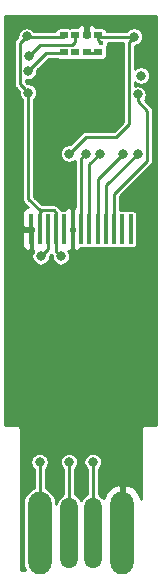
<source format=gbr>
G04 #@! TF.GenerationSoftware,KiCad,Pcbnew,5.1.5*
G04 #@! TF.CreationDate,2020-06-01T07:17:40+08:00*
G04 #@! TF.ProjectId,udisk,75646973-6b2e-46b6-9963-61645f706362,rev?*
G04 #@! TF.SameCoordinates,Original*
G04 #@! TF.FileFunction,Copper,L2,Bot*
G04 #@! TF.FilePolarity,Positive*
%FSLAX46Y46*%
G04 Gerber Fmt 4.6, Leading zero omitted, Abs format (unit mm)*
G04 Created by KiCad (PCBNEW 5.1.5) date 2020-06-01 07:17:40*
%MOMM*%
%LPD*%
G04 APERTURE LIST*
%ADD10R,0.350000X2.500000*%
%ADD11O,2.000000X7.000000*%
%ADD12O,1.500000X6.000000*%
%ADD13R,0.720000X0.600000*%
%ADD14C,0.800000*%
%ADD15C,0.450000*%
%ADD16C,0.250000*%
%ADD17C,0.254000*%
G04 APERTURE END LIST*
D10*
X138158600Y-53499000D03*
X137458600Y-53499000D03*
X136758600Y-53499000D03*
X136058600Y-53499000D03*
X135358600Y-53499000D03*
X134658600Y-53499000D03*
X133958600Y-53499000D03*
X133258600Y-53499000D03*
X132558600Y-53499000D03*
X131858600Y-53499000D03*
X131158600Y-53499000D03*
X130458600Y-53499000D03*
X129758600Y-53499000D03*
D11*
X137450000Y-79200000D03*
D12*
X132950000Y-79200000D03*
X134950000Y-79200000D03*
D11*
X130450000Y-79200000D03*
D13*
X133465000Y-38500000D03*
X135405000Y-37100000D03*
X135405000Y-38500000D03*
X132495000Y-38500000D03*
X134435000Y-38500000D03*
X133465000Y-37100000D03*
X132495000Y-37100000D03*
X134435000Y-37100000D03*
D14*
X139050000Y-40500000D03*
X135550000Y-43900000D03*
X133950000Y-43900000D03*
X132350000Y-43900000D03*
X135550000Y-42100000D03*
X132350000Y-42100000D03*
X133950000Y-42100000D03*
X135550000Y-40300000D03*
X133950000Y-40300000D03*
X132350000Y-40300000D03*
X131550000Y-50100000D03*
X130750000Y-46700000D03*
X132950000Y-48700000D03*
X137450000Y-73200000D03*
X139650000Y-37200000D03*
X128050000Y-37200000D03*
X127850000Y-41900000D03*
X139650000Y-49500000D03*
X139650000Y-54100000D03*
X137950000Y-55800000D03*
X139650000Y-55800000D03*
X128350000Y-55800000D03*
X128350000Y-53800000D03*
X134650000Y-55800000D03*
X128350000Y-49000000D03*
D15*
X135650000Y-37750000D03*
D14*
X132250000Y-55800000D03*
X129348182Y-37186502D03*
X138450000Y-37200000D03*
X129492363Y-41937347D03*
X132950000Y-47100000D03*
X138750000Y-42100000D03*
X138750000Y-47100000D03*
X137550000Y-47100000D03*
X135550000Y-47100000D03*
X134350000Y-47100000D03*
X130550000Y-55800000D03*
X130450000Y-73200000D03*
X132950000Y-73200000D03*
X134950000Y-73200000D03*
X129492364Y-40107575D03*
X129562653Y-38812653D03*
D16*
X137450000Y-73200000D02*
X137450000Y-79200000D01*
X133258600Y-53499000D02*
X133258600Y-55308600D01*
X133258600Y-55308600D02*
X133850000Y-55900000D01*
X134450000Y-37115000D02*
X134435000Y-37100000D01*
X131858600Y-55408600D02*
X131858600Y-53499000D01*
X132250000Y-55800000D02*
X131858600Y-55408600D01*
X131858600Y-52408600D02*
X131858600Y-53699000D01*
X132495000Y-37200000D02*
X129361680Y-37200000D01*
X129361680Y-37200000D02*
X129348182Y-37186502D01*
X135405000Y-37200000D02*
X138450000Y-37200000D01*
X138024999Y-37625001D02*
X138024999Y-44625001D01*
X138450000Y-37200000D02*
X138024999Y-37625001D01*
X138024999Y-44625001D02*
X136950000Y-45700000D01*
X136950000Y-45700000D02*
X134350000Y-45700000D01*
X134350000Y-45700000D02*
X132950000Y-47100000D01*
X135550000Y-37245000D02*
X135405000Y-37100000D01*
X128767363Y-41212347D02*
X129092364Y-41537348D01*
X129092364Y-41537348D02*
X129492363Y-41937347D01*
X128767363Y-37767321D02*
X128767363Y-41212347D01*
X129348182Y-37186502D02*
X128767363Y-37767321D01*
X135405000Y-37505000D02*
X135650000Y-37750000D01*
X135405000Y-37100000D02*
X135405000Y-37505000D01*
X131669600Y-51910000D02*
X131858600Y-52099000D01*
X131858600Y-52099000D02*
X131858600Y-53599000D01*
X130647600Y-51910000D02*
X131669600Y-51910000D01*
X130458600Y-52099000D02*
X130647600Y-51910000D01*
X130458600Y-53599000D02*
X130458600Y-52099000D01*
X130458600Y-53699000D02*
X130458600Y-52388998D01*
X130458600Y-51923874D02*
X130458600Y-53699000D01*
X129492363Y-41937347D02*
X129492363Y-50957637D01*
X129492363Y-50957637D02*
X130458600Y-51923874D01*
X138750000Y-42665685D02*
X139550000Y-43465685D01*
X138750000Y-42100000D02*
X138750000Y-42665685D01*
X139550000Y-43465685D02*
X139550000Y-47700000D01*
X136758600Y-50491400D02*
X136758600Y-53499000D01*
X139550000Y-47700000D02*
X136758600Y-50491400D01*
X136058600Y-49791400D02*
X136058600Y-53499000D01*
X138750000Y-47100000D02*
X136058600Y-49791400D01*
X135358600Y-49291400D02*
X135358600Y-53499000D01*
X137550000Y-47100000D02*
X135358600Y-49291400D01*
X134675000Y-53482600D02*
X134658600Y-53499000D01*
X134658600Y-48008600D02*
X134658600Y-53499000D01*
X134658600Y-47991400D02*
X134658600Y-48008600D01*
X135550000Y-47100000D02*
X134658600Y-47991400D01*
X133950000Y-53490400D02*
X133958600Y-53499000D01*
X133958600Y-47508600D02*
X133958600Y-53499000D01*
X133950001Y-47500001D02*
X133958600Y-47508600D01*
X134350000Y-47100000D02*
X133950001Y-47500001D01*
X131158600Y-55191400D02*
X131158600Y-53499000D01*
X130550000Y-55800000D02*
X131158600Y-55191400D01*
X130450000Y-73200000D02*
X130450000Y-79200000D01*
X132950000Y-73200000D02*
X132950000Y-79200000D01*
X134950000Y-73200000D02*
X134950000Y-79200000D01*
X135405000Y-38600000D02*
X134435000Y-38600000D01*
X130999939Y-38600000D02*
X132495000Y-38600000D01*
X129492364Y-40107575D02*
X130999939Y-38600000D01*
X129962652Y-38412654D02*
X129562653Y-38812653D01*
X130500307Y-37874999D02*
X129962652Y-38412654D01*
X133240001Y-37874999D02*
X130500307Y-37874999D01*
X133465000Y-37650000D02*
X133240001Y-37874999D01*
X133465000Y-37100000D02*
X133465000Y-37650000D01*
D17*
G36*
X140344001Y-70044000D02*
G01*
X139469941Y-70044000D01*
X139450000Y-70042036D01*
X139430060Y-70044000D01*
X139430059Y-70044000D01*
X139370410Y-70049875D01*
X139293879Y-70073090D01*
X139223347Y-70110790D01*
X139161526Y-70161526D01*
X139110790Y-70223347D01*
X139073090Y-70293879D01*
X139049875Y-70370410D01*
X139042036Y-70450000D01*
X139044001Y-70469951D01*
X139044001Y-76342052D01*
X139028807Y-76256468D01*
X138911942Y-75956980D01*
X138738895Y-75686046D01*
X138516317Y-75454078D01*
X138252761Y-75269990D01*
X137958355Y-75140856D01*
X137830434Y-75109876D01*
X137577000Y-75229223D01*
X137577000Y-79073000D01*
X137597000Y-79073000D01*
X137597000Y-79327000D01*
X137577000Y-79327000D01*
X137577000Y-82394000D01*
X137323000Y-82394000D01*
X137323000Y-79327000D01*
X137303000Y-79327000D01*
X137303000Y-79073000D01*
X137323000Y-79073000D01*
X137323000Y-75229223D01*
X137069566Y-75109876D01*
X136941645Y-75140856D01*
X136647239Y-75269990D01*
X136383683Y-75454078D01*
X136161105Y-75686046D01*
X135988058Y-75956980D01*
X135871193Y-76256468D01*
X135866347Y-76283767D01*
X135753607Y-76146393D01*
X135581390Y-76005058D01*
X135456000Y-75938036D01*
X135456000Y-73798501D01*
X135556642Y-73697859D01*
X135642113Y-73569942D01*
X135700987Y-73427809D01*
X135731000Y-73276922D01*
X135731000Y-73123078D01*
X135700987Y-72972191D01*
X135642113Y-72830058D01*
X135556642Y-72702141D01*
X135447859Y-72593358D01*
X135319942Y-72507887D01*
X135177809Y-72449013D01*
X135026922Y-72419000D01*
X134873078Y-72419000D01*
X134722191Y-72449013D01*
X134580058Y-72507887D01*
X134452141Y-72593358D01*
X134343358Y-72702141D01*
X134257887Y-72830058D01*
X134199013Y-72972191D01*
X134169000Y-73123078D01*
X134169000Y-73276922D01*
X134199013Y-73427809D01*
X134257887Y-73569942D01*
X134343358Y-73697859D01*
X134444000Y-73798501D01*
X134444000Y-75938036D01*
X134318611Y-76005058D01*
X134146394Y-76146393D01*
X134005059Y-76318610D01*
X133950001Y-76421617D01*
X133894942Y-76318610D01*
X133753607Y-76146393D01*
X133581390Y-76005058D01*
X133456000Y-75938036D01*
X133456000Y-73798501D01*
X133556642Y-73697859D01*
X133642113Y-73569942D01*
X133700987Y-73427809D01*
X133731000Y-73276922D01*
X133731000Y-73123078D01*
X133700987Y-72972191D01*
X133642113Y-72830058D01*
X133556642Y-72702141D01*
X133447859Y-72593358D01*
X133319942Y-72507887D01*
X133177809Y-72449013D01*
X133026922Y-72419000D01*
X132873078Y-72419000D01*
X132722191Y-72449013D01*
X132580058Y-72507887D01*
X132452141Y-72593358D01*
X132343358Y-72702141D01*
X132257887Y-72830058D01*
X132199013Y-72972191D01*
X132169000Y-73123078D01*
X132169000Y-73276922D01*
X132199013Y-73427809D01*
X132257887Y-73569942D01*
X132343358Y-73697859D01*
X132444000Y-73798501D01*
X132444000Y-75938036D01*
X132318611Y-76005058D01*
X132146394Y-76146393D01*
X132005059Y-76318610D01*
X131900038Y-76515091D01*
X131835366Y-76728285D01*
X131831000Y-76772614D01*
X131831000Y-76632157D01*
X131811018Y-76429277D01*
X131732051Y-76168957D01*
X131603815Y-75929045D01*
X131431239Y-75718761D01*
X131220955Y-75546185D01*
X130981043Y-75417949D01*
X130956000Y-75410352D01*
X130956000Y-73798501D01*
X131056642Y-73697859D01*
X131142113Y-73569942D01*
X131200987Y-73427809D01*
X131231000Y-73276922D01*
X131231000Y-73123078D01*
X131200987Y-72972191D01*
X131142113Y-72830058D01*
X131056642Y-72702141D01*
X130947859Y-72593358D01*
X130819942Y-72507887D01*
X130677809Y-72449013D01*
X130526922Y-72419000D01*
X130373078Y-72419000D01*
X130222191Y-72449013D01*
X130080058Y-72507887D01*
X129952141Y-72593358D01*
X129843358Y-72702141D01*
X129757887Y-72830058D01*
X129699013Y-72972191D01*
X129669000Y-73123078D01*
X129669000Y-73276922D01*
X129699013Y-73427809D01*
X129757887Y-73569942D01*
X129843358Y-73697859D01*
X129944000Y-73798501D01*
X129944000Y-75410353D01*
X129918958Y-75417949D01*
X129679046Y-75546185D01*
X129468762Y-75718761D01*
X129296186Y-75929045D01*
X129167950Y-76168957D01*
X129088983Y-76429277D01*
X129069001Y-76632157D01*
X129069000Y-81767842D01*
X129088982Y-81970722D01*
X129167949Y-82231042D01*
X129255052Y-82394000D01*
X128856000Y-82394000D01*
X128856000Y-70469941D01*
X128857964Y-70450000D01*
X128850125Y-70370410D01*
X128826910Y-70293879D01*
X128789210Y-70223347D01*
X128738474Y-70161526D01*
X128676653Y-70110790D01*
X128606121Y-70073090D01*
X128529590Y-70049875D01*
X128469941Y-70044000D01*
X128450000Y-70042036D01*
X128430060Y-70044000D01*
X127556000Y-70044000D01*
X127556000Y-54742538D01*
X128945561Y-54742538D01*
X128956560Y-54867138D01*
X128991656Y-54987197D01*
X129049500Y-55098103D01*
X129127869Y-55195593D01*
X129223752Y-55275920D01*
X129333463Y-55335999D01*
X129452787Y-55373519D01*
X129551850Y-55384000D01*
X129710600Y-55225250D01*
X129710600Y-53626000D01*
X129107350Y-53626000D01*
X128948600Y-53784750D01*
X128945561Y-54742538D01*
X127556000Y-54742538D01*
X127556000Y-37767321D01*
X128258916Y-37767321D01*
X128261363Y-37792167D01*
X128261364Y-41187491D01*
X128258916Y-41212347D01*
X128268685Y-41311539D01*
X128297618Y-41406921D01*
X128314314Y-41438156D01*
X128344605Y-41494826D01*
X128407837Y-41571874D01*
X128427144Y-41587719D01*
X128711363Y-41871938D01*
X128711363Y-42014269D01*
X128741376Y-42165156D01*
X128800250Y-42307289D01*
X128885721Y-42435206D01*
X128986363Y-42535848D01*
X128986364Y-50932781D01*
X128983916Y-50957637D01*
X128993685Y-51056829D01*
X129022618Y-51152211D01*
X129022619Y-51152212D01*
X129069605Y-51240116D01*
X129132837Y-51317164D01*
X129152143Y-51333008D01*
X129445810Y-51626675D01*
X129333463Y-51662001D01*
X129223752Y-51722080D01*
X129127869Y-51802407D01*
X129049500Y-51899897D01*
X128991656Y-52010803D01*
X128956560Y-52130862D01*
X128945561Y-52255462D01*
X128948600Y-53213250D01*
X129107350Y-53372000D01*
X129710600Y-53372000D01*
X129710600Y-53352000D01*
X129806600Y-53352000D01*
X129806600Y-53372000D01*
X129900757Y-53372000D01*
X129900757Y-53626000D01*
X129806600Y-53626000D01*
X129806600Y-55225250D01*
X129919379Y-55338029D01*
X129857887Y-55430058D01*
X129799013Y-55572191D01*
X129769000Y-55723078D01*
X129769000Y-55876922D01*
X129799013Y-56027809D01*
X129857887Y-56169942D01*
X129943358Y-56297859D01*
X130052141Y-56406642D01*
X130180058Y-56492113D01*
X130322191Y-56550987D01*
X130473078Y-56581000D01*
X130626922Y-56581000D01*
X130777809Y-56550987D01*
X130919942Y-56492113D01*
X131047859Y-56406642D01*
X131156642Y-56297859D01*
X131242113Y-56169942D01*
X131300987Y-56027809D01*
X131331000Y-55876922D01*
X131331000Y-55734592D01*
X131414479Y-55651113D01*
X131435841Y-55691079D01*
X131469000Y-55731483D01*
X131469000Y-55876922D01*
X131499013Y-56027809D01*
X131557887Y-56169942D01*
X131643358Y-56297859D01*
X131752141Y-56406642D01*
X131880058Y-56492113D01*
X132022191Y-56550987D01*
X132173078Y-56581000D01*
X132326922Y-56581000D01*
X132477809Y-56550987D01*
X132619942Y-56492113D01*
X132747859Y-56406642D01*
X132856642Y-56297859D01*
X132942113Y-56169942D01*
X133000987Y-56027809D01*
X133031000Y-55876922D01*
X133031000Y-55723078D01*
X133000987Y-55572191D01*
X132942113Y-55430058D01*
X132891448Y-55354232D01*
X132952787Y-55373519D01*
X133051850Y-55384000D01*
X133210600Y-55225250D01*
X133210600Y-53626000D01*
X133116443Y-53626000D01*
X133116443Y-53372000D01*
X133210600Y-53372000D01*
X133210600Y-51772750D01*
X133051850Y-51614000D01*
X132952787Y-51624481D01*
X132833463Y-51662001D01*
X132723752Y-51722080D01*
X132627869Y-51802407D01*
X132576622Y-51866157D01*
X132383600Y-51866157D01*
X132311676Y-51873241D01*
X132281359Y-51816521D01*
X132218127Y-51739473D01*
X132198815Y-51723624D01*
X132044976Y-51569785D01*
X132029127Y-51550473D01*
X131952079Y-51487241D01*
X131864175Y-51440255D01*
X131768793Y-51411322D01*
X131694454Y-51404000D01*
X131694446Y-51404000D01*
X131669600Y-51401553D01*
X131644754Y-51404000D01*
X130672445Y-51404000D01*
X130652337Y-51402020D01*
X129998363Y-50748046D01*
X129998363Y-42535848D01*
X130099005Y-42435206D01*
X130184476Y-42307289D01*
X130243350Y-42165156D01*
X130273363Y-42014269D01*
X130273363Y-41860425D01*
X130243350Y-41709538D01*
X130184476Y-41567405D01*
X130099005Y-41439488D01*
X129990222Y-41330705D01*
X129862305Y-41245234D01*
X129720172Y-41186360D01*
X129569285Y-41156347D01*
X129426954Y-41156347D01*
X129273363Y-41002756D01*
X129273363Y-40860314D01*
X129415442Y-40888575D01*
X129569286Y-40888575D01*
X129720173Y-40858562D01*
X129862306Y-40799688D01*
X129990223Y-40714217D01*
X130099006Y-40605434D01*
X130184477Y-40477517D01*
X130243351Y-40335384D01*
X130273364Y-40184497D01*
X130273364Y-40042166D01*
X131209531Y-39106000D01*
X131907289Y-39106000D01*
X131922304Y-39118322D01*
X131988492Y-39153701D01*
X132060311Y-39175487D01*
X132135000Y-39182843D01*
X132855000Y-39182843D01*
X132929689Y-39175487D01*
X132980000Y-39160225D01*
X133030311Y-39175487D01*
X133105000Y-39182843D01*
X133825000Y-39182843D01*
X133899689Y-39175487D01*
X133950000Y-39160225D01*
X134000311Y-39175487D01*
X134075000Y-39182843D01*
X134795000Y-39182843D01*
X134869689Y-39175487D01*
X134920000Y-39160225D01*
X134970311Y-39175487D01*
X135045000Y-39182843D01*
X135765000Y-39182843D01*
X135839689Y-39175487D01*
X135911508Y-39153701D01*
X135977696Y-39118322D01*
X136035711Y-39070711D01*
X136083322Y-39012696D01*
X136118701Y-38946508D01*
X136140487Y-38874689D01*
X136147843Y-38800000D01*
X136147843Y-38200000D01*
X136140487Y-38125311D01*
X136136605Y-38112515D01*
X136187030Y-38037049D01*
X136232712Y-37926764D01*
X136256000Y-37809686D01*
X136256000Y-37706000D01*
X137518999Y-37706000D01*
X137519000Y-44415408D01*
X136740409Y-45194000D01*
X134374846Y-45194000D01*
X134350000Y-45191553D01*
X134325154Y-45194000D01*
X134325146Y-45194000D01*
X134250807Y-45201322D01*
X134155425Y-45230255D01*
X134067521Y-45277241D01*
X133990473Y-45340473D01*
X133974629Y-45359779D01*
X133015409Y-46319000D01*
X132873078Y-46319000D01*
X132722191Y-46349013D01*
X132580058Y-46407887D01*
X132452141Y-46493358D01*
X132343358Y-46602141D01*
X132257887Y-46730058D01*
X132199013Y-46872191D01*
X132169000Y-47023078D01*
X132169000Y-47176922D01*
X132199013Y-47327809D01*
X132257887Y-47469942D01*
X132343358Y-47597859D01*
X132452141Y-47706642D01*
X132580058Y-47792113D01*
X132722191Y-47850987D01*
X132873078Y-47881000D01*
X133026922Y-47881000D01*
X133177809Y-47850987D01*
X133319942Y-47792113D01*
X133447859Y-47706642D01*
X133452600Y-47701901D01*
X133452601Y-51626749D01*
X133306600Y-51772750D01*
X133306600Y-53372000D01*
X133400757Y-53372000D01*
X133400757Y-53626000D01*
X133306600Y-53626000D01*
X133306600Y-55225250D01*
X133465350Y-55384000D01*
X133564413Y-55373519D01*
X133683737Y-55335999D01*
X133793448Y-55275920D01*
X133889331Y-55195593D01*
X133940578Y-55131843D01*
X134133600Y-55131843D01*
X134208289Y-55124487D01*
X134280108Y-55102701D01*
X134308600Y-55087471D01*
X134337092Y-55102701D01*
X134408911Y-55124487D01*
X134483600Y-55131843D01*
X134833600Y-55131843D01*
X134908289Y-55124487D01*
X134980108Y-55102701D01*
X135008600Y-55087471D01*
X135037092Y-55102701D01*
X135108911Y-55124487D01*
X135183600Y-55131843D01*
X135533600Y-55131843D01*
X135608289Y-55124487D01*
X135680108Y-55102701D01*
X135708600Y-55087471D01*
X135737092Y-55102701D01*
X135808911Y-55124487D01*
X135883600Y-55131843D01*
X136233600Y-55131843D01*
X136308289Y-55124487D01*
X136380108Y-55102701D01*
X136408600Y-55087471D01*
X136437092Y-55102701D01*
X136508911Y-55124487D01*
X136583600Y-55131843D01*
X136933600Y-55131843D01*
X137008289Y-55124487D01*
X137080108Y-55102701D01*
X137108600Y-55087471D01*
X137137092Y-55102701D01*
X137208911Y-55124487D01*
X137283600Y-55131843D01*
X137633600Y-55131843D01*
X137708289Y-55124487D01*
X137780108Y-55102701D01*
X137808600Y-55087471D01*
X137837092Y-55102701D01*
X137908911Y-55124487D01*
X137983600Y-55131843D01*
X138333600Y-55131843D01*
X138408289Y-55124487D01*
X138480108Y-55102701D01*
X138546296Y-55067322D01*
X138604311Y-55019711D01*
X138651922Y-54961696D01*
X138687301Y-54895508D01*
X138709087Y-54823689D01*
X138716443Y-54749000D01*
X138716443Y-52249000D01*
X138709087Y-52174311D01*
X138687301Y-52102492D01*
X138651922Y-52036304D01*
X138604311Y-51978289D01*
X138546296Y-51930678D01*
X138480108Y-51895299D01*
X138408289Y-51873513D01*
X138333600Y-51866157D01*
X137983600Y-51866157D01*
X137908911Y-51873513D01*
X137837092Y-51895299D01*
X137808600Y-51910529D01*
X137780108Y-51895299D01*
X137708289Y-51873513D01*
X137633600Y-51866157D01*
X137283600Y-51866157D01*
X137264600Y-51868028D01*
X137264600Y-50700991D01*
X139890220Y-48075372D01*
X139909527Y-48059527D01*
X139972759Y-47982479D01*
X140019745Y-47894575D01*
X140048678Y-47799193D01*
X140056000Y-47724854D01*
X140058448Y-47700000D01*
X140056000Y-47675146D01*
X140056000Y-43490539D01*
X140058448Y-43465685D01*
X140048678Y-43366492D01*
X140019745Y-43271110D01*
X139972759Y-43183206D01*
X139909527Y-43106158D01*
X139890220Y-43090313D01*
X139373114Y-42573207D01*
X139442113Y-42469942D01*
X139500987Y-42327809D01*
X139531000Y-42176922D01*
X139531000Y-42023078D01*
X139500987Y-41872191D01*
X139442113Y-41730058D01*
X139356642Y-41602141D01*
X139247859Y-41493358D01*
X139119942Y-41407887D01*
X138977809Y-41349013D01*
X138826922Y-41319000D01*
X138673078Y-41319000D01*
X138530999Y-41347261D01*
X138530999Y-41085500D01*
X138552141Y-41106642D01*
X138680058Y-41192113D01*
X138822191Y-41250987D01*
X138973078Y-41281000D01*
X139126922Y-41281000D01*
X139277809Y-41250987D01*
X139419942Y-41192113D01*
X139547859Y-41106642D01*
X139656642Y-40997859D01*
X139742113Y-40869942D01*
X139800987Y-40727809D01*
X139831000Y-40576922D01*
X139831000Y-40423078D01*
X139800987Y-40272191D01*
X139742113Y-40130058D01*
X139656642Y-40002141D01*
X139547859Y-39893358D01*
X139419942Y-39807887D01*
X139277809Y-39749013D01*
X139126922Y-39719000D01*
X138973078Y-39719000D01*
X138822191Y-39749013D01*
X138680058Y-39807887D01*
X138552141Y-39893358D01*
X138530999Y-39914500D01*
X138530999Y-37980189D01*
X138677809Y-37950987D01*
X138819942Y-37892113D01*
X138947859Y-37806642D01*
X139056642Y-37697859D01*
X139142113Y-37569942D01*
X139200987Y-37427809D01*
X139231000Y-37276922D01*
X139231000Y-37123078D01*
X139200987Y-36972191D01*
X139142113Y-36830058D01*
X139056642Y-36702141D01*
X138947859Y-36593358D01*
X138819942Y-36507887D01*
X138677809Y-36449013D01*
X138526922Y-36419000D01*
X138373078Y-36419000D01*
X138222191Y-36449013D01*
X138080058Y-36507887D01*
X137952141Y-36593358D01*
X137851499Y-36694000D01*
X136130989Y-36694000D01*
X136118701Y-36653492D01*
X136083322Y-36587304D01*
X136035711Y-36529289D01*
X135977696Y-36481678D01*
X135911508Y-36446299D01*
X135839689Y-36424513D01*
X135765000Y-36417157D01*
X135302272Y-36417157D01*
X135246185Y-36348815D01*
X135149494Y-36269463D01*
X135039180Y-36210498D01*
X134919482Y-36174188D01*
X134795000Y-36161928D01*
X134720750Y-36165000D01*
X134562000Y-36323750D01*
X134562000Y-36973000D01*
X134582000Y-36973000D01*
X134582000Y-37227000D01*
X134562000Y-37227000D01*
X134562000Y-37247000D01*
X134308000Y-37247000D01*
X134308000Y-37227000D01*
X134288000Y-37227000D01*
X134288000Y-36973000D01*
X134308000Y-36973000D01*
X134308000Y-36323750D01*
X134149250Y-36165000D01*
X134075000Y-36161928D01*
X133950518Y-36174188D01*
X133830820Y-36210498D01*
X133720506Y-36269463D01*
X133623815Y-36348815D01*
X133567728Y-36417157D01*
X133105000Y-36417157D01*
X133030311Y-36424513D01*
X132980000Y-36439775D01*
X132929689Y-36424513D01*
X132855000Y-36417157D01*
X132135000Y-36417157D01*
X132060311Y-36424513D01*
X131988492Y-36446299D01*
X131922304Y-36481678D01*
X131864289Y-36529289D01*
X131816678Y-36587304D01*
X131781299Y-36653492D01*
X131769011Y-36694000D01*
X129958403Y-36694000D01*
X129954824Y-36688643D01*
X129846041Y-36579860D01*
X129718124Y-36494389D01*
X129575991Y-36435515D01*
X129425104Y-36405502D01*
X129271260Y-36405502D01*
X129120373Y-36435515D01*
X128978240Y-36494389D01*
X128850323Y-36579860D01*
X128741540Y-36688643D01*
X128656069Y-36816560D01*
X128597195Y-36958693D01*
X128567182Y-37109580D01*
X128567182Y-37251911D01*
X128427148Y-37391945D01*
X128407836Y-37407794D01*
X128344604Y-37484842D01*
X128297618Y-37572747D01*
X128268685Y-37668129D01*
X128261363Y-37742468D01*
X128261363Y-37742475D01*
X128258916Y-37767321D01*
X127556000Y-37767321D01*
X127556000Y-35427000D01*
X140344000Y-35427000D01*
X140344001Y-70044000D01*
G37*
X140344001Y-70044000D02*
X139469941Y-70044000D01*
X139450000Y-70042036D01*
X139430060Y-70044000D01*
X139430059Y-70044000D01*
X139370410Y-70049875D01*
X139293879Y-70073090D01*
X139223347Y-70110790D01*
X139161526Y-70161526D01*
X139110790Y-70223347D01*
X139073090Y-70293879D01*
X139049875Y-70370410D01*
X139042036Y-70450000D01*
X139044001Y-70469951D01*
X139044001Y-76342052D01*
X139028807Y-76256468D01*
X138911942Y-75956980D01*
X138738895Y-75686046D01*
X138516317Y-75454078D01*
X138252761Y-75269990D01*
X137958355Y-75140856D01*
X137830434Y-75109876D01*
X137577000Y-75229223D01*
X137577000Y-79073000D01*
X137597000Y-79073000D01*
X137597000Y-79327000D01*
X137577000Y-79327000D01*
X137577000Y-82394000D01*
X137323000Y-82394000D01*
X137323000Y-79327000D01*
X137303000Y-79327000D01*
X137303000Y-79073000D01*
X137323000Y-79073000D01*
X137323000Y-75229223D01*
X137069566Y-75109876D01*
X136941645Y-75140856D01*
X136647239Y-75269990D01*
X136383683Y-75454078D01*
X136161105Y-75686046D01*
X135988058Y-75956980D01*
X135871193Y-76256468D01*
X135866347Y-76283767D01*
X135753607Y-76146393D01*
X135581390Y-76005058D01*
X135456000Y-75938036D01*
X135456000Y-73798501D01*
X135556642Y-73697859D01*
X135642113Y-73569942D01*
X135700987Y-73427809D01*
X135731000Y-73276922D01*
X135731000Y-73123078D01*
X135700987Y-72972191D01*
X135642113Y-72830058D01*
X135556642Y-72702141D01*
X135447859Y-72593358D01*
X135319942Y-72507887D01*
X135177809Y-72449013D01*
X135026922Y-72419000D01*
X134873078Y-72419000D01*
X134722191Y-72449013D01*
X134580058Y-72507887D01*
X134452141Y-72593358D01*
X134343358Y-72702141D01*
X134257887Y-72830058D01*
X134199013Y-72972191D01*
X134169000Y-73123078D01*
X134169000Y-73276922D01*
X134199013Y-73427809D01*
X134257887Y-73569942D01*
X134343358Y-73697859D01*
X134444000Y-73798501D01*
X134444000Y-75938036D01*
X134318611Y-76005058D01*
X134146394Y-76146393D01*
X134005059Y-76318610D01*
X133950001Y-76421617D01*
X133894942Y-76318610D01*
X133753607Y-76146393D01*
X133581390Y-76005058D01*
X133456000Y-75938036D01*
X133456000Y-73798501D01*
X133556642Y-73697859D01*
X133642113Y-73569942D01*
X133700987Y-73427809D01*
X133731000Y-73276922D01*
X133731000Y-73123078D01*
X133700987Y-72972191D01*
X133642113Y-72830058D01*
X133556642Y-72702141D01*
X133447859Y-72593358D01*
X133319942Y-72507887D01*
X133177809Y-72449013D01*
X133026922Y-72419000D01*
X132873078Y-72419000D01*
X132722191Y-72449013D01*
X132580058Y-72507887D01*
X132452141Y-72593358D01*
X132343358Y-72702141D01*
X132257887Y-72830058D01*
X132199013Y-72972191D01*
X132169000Y-73123078D01*
X132169000Y-73276922D01*
X132199013Y-73427809D01*
X132257887Y-73569942D01*
X132343358Y-73697859D01*
X132444000Y-73798501D01*
X132444000Y-75938036D01*
X132318611Y-76005058D01*
X132146394Y-76146393D01*
X132005059Y-76318610D01*
X131900038Y-76515091D01*
X131835366Y-76728285D01*
X131831000Y-76772614D01*
X131831000Y-76632157D01*
X131811018Y-76429277D01*
X131732051Y-76168957D01*
X131603815Y-75929045D01*
X131431239Y-75718761D01*
X131220955Y-75546185D01*
X130981043Y-75417949D01*
X130956000Y-75410352D01*
X130956000Y-73798501D01*
X131056642Y-73697859D01*
X131142113Y-73569942D01*
X131200987Y-73427809D01*
X131231000Y-73276922D01*
X131231000Y-73123078D01*
X131200987Y-72972191D01*
X131142113Y-72830058D01*
X131056642Y-72702141D01*
X130947859Y-72593358D01*
X130819942Y-72507887D01*
X130677809Y-72449013D01*
X130526922Y-72419000D01*
X130373078Y-72419000D01*
X130222191Y-72449013D01*
X130080058Y-72507887D01*
X129952141Y-72593358D01*
X129843358Y-72702141D01*
X129757887Y-72830058D01*
X129699013Y-72972191D01*
X129669000Y-73123078D01*
X129669000Y-73276922D01*
X129699013Y-73427809D01*
X129757887Y-73569942D01*
X129843358Y-73697859D01*
X129944000Y-73798501D01*
X129944000Y-75410353D01*
X129918958Y-75417949D01*
X129679046Y-75546185D01*
X129468762Y-75718761D01*
X129296186Y-75929045D01*
X129167950Y-76168957D01*
X129088983Y-76429277D01*
X129069001Y-76632157D01*
X129069000Y-81767842D01*
X129088982Y-81970722D01*
X129167949Y-82231042D01*
X129255052Y-82394000D01*
X128856000Y-82394000D01*
X128856000Y-70469941D01*
X128857964Y-70450000D01*
X128850125Y-70370410D01*
X128826910Y-70293879D01*
X128789210Y-70223347D01*
X128738474Y-70161526D01*
X128676653Y-70110790D01*
X128606121Y-70073090D01*
X128529590Y-70049875D01*
X128469941Y-70044000D01*
X128450000Y-70042036D01*
X128430060Y-70044000D01*
X127556000Y-70044000D01*
X127556000Y-54742538D01*
X128945561Y-54742538D01*
X128956560Y-54867138D01*
X128991656Y-54987197D01*
X129049500Y-55098103D01*
X129127869Y-55195593D01*
X129223752Y-55275920D01*
X129333463Y-55335999D01*
X129452787Y-55373519D01*
X129551850Y-55384000D01*
X129710600Y-55225250D01*
X129710600Y-53626000D01*
X129107350Y-53626000D01*
X128948600Y-53784750D01*
X128945561Y-54742538D01*
X127556000Y-54742538D01*
X127556000Y-37767321D01*
X128258916Y-37767321D01*
X128261363Y-37792167D01*
X128261364Y-41187491D01*
X128258916Y-41212347D01*
X128268685Y-41311539D01*
X128297618Y-41406921D01*
X128314314Y-41438156D01*
X128344605Y-41494826D01*
X128407837Y-41571874D01*
X128427144Y-41587719D01*
X128711363Y-41871938D01*
X128711363Y-42014269D01*
X128741376Y-42165156D01*
X128800250Y-42307289D01*
X128885721Y-42435206D01*
X128986363Y-42535848D01*
X128986364Y-50932781D01*
X128983916Y-50957637D01*
X128993685Y-51056829D01*
X129022618Y-51152211D01*
X129022619Y-51152212D01*
X129069605Y-51240116D01*
X129132837Y-51317164D01*
X129152143Y-51333008D01*
X129445810Y-51626675D01*
X129333463Y-51662001D01*
X129223752Y-51722080D01*
X129127869Y-51802407D01*
X129049500Y-51899897D01*
X128991656Y-52010803D01*
X128956560Y-52130862D01*
X128945561Y-52255462D01*
X128948600Y-53213250D01*
X129107350Y-53372000D01*
X129710600Y-53372000D01*
X129710600Y-53352000D01*
X129806600Y-53352000D01*
X129806600Y-53372000D01*
X129900757Y-53372000D01*
X129900757Y-53626000D01*
X129806600Y-53626000D01*
X129806600Y-55225250D01*
X129919379Y-55338029D01*
X129857887Y-55430058D01*
X129799013Y-55572191D01*
X129769000Y-55723078D01*
X129769000Y-55876922D01*
X129799013Y-56027809D01*
X129857887Y-56169942D01*
X129943358Y-56297859D01*
X130052141Y-56406642D01*
X130180058Y-56492113D01*
X130322191Y-56550987D01*
X130473078Y-56581000D01*
X130626922Y-56581000D01*
X130777809Y-56550987D01*
X130919942Y-56492113D01*
X131047859Y-56406642D01*
X131156642Y-56297859D01*
X131242113Y-56169942D01*
X131300987Y-56027809D01*
X131331000Y-55876922D01*
X131331000Y-55734592D01*
X131414479Y-55651113D01*
X131435841Y-55691079D01*
X131469000Y-55731483D01*
X131469000Y-55876922D01*
X131499013Y-56027809D01*
X131557887Y-56169942D01*
X131643358Y-56297859D01*
X131752141Y-56406642D01*
X131880058Y-56492113D01*
X132022191Y-56550987D01*
X132173078Y-56581000D01*
X132326922Y-56581000D01*
X132477809Y-56550987D01*
X132619942Y-56492113D01*
X132747859Y-56406642D01*
X132856642Y-56297859D01*
X132942113Y-56169942D01*
X133000987Y-56027809D01*
X133031000Y-55876922D01*
X133031000Y-55723078D01*
X133000987Y-55572191D01*
X132942113Y-55430058D01*
X132891448Y-55354232D01*
X132952787Y-55373519D01*
X133051850Y-55384000D01*
X133210600Y-55225250D01*
X133210600Y-53626000D01*
X133116443Y-53626000D01*
X133116443Y-53372000D01*
X133210600Y-53372000D01*
X133210600Y-51772750D01*
X133051850Y-51614000D01*
X132952787Y-51624481D01*
X132833463Y-51662001D01*
X132723752Y-51722080D01*
X132627869Y-51802407D01*
X132576622Y-51866157D01*
X132383600Y-51866157D01*
X132311676Y-51873241D01*
X132281359Y-51816521D01*
X132218127Y-51739473D01*
X132198815Y-51723624D01*
X132044976Y-51569785D01*
X132029127Y-51550473D01*
X131952079Y-51487241D01*
X131864175Y-51440255D01*
X131768793Y-51411322D01*
X131694454Y-51404000D01*
X131694446Y-51404000D01*
X131669600Y-51401553D01*
X131644754Y-51404000D01*
X130672445Y-51404000D01*
X130652337Y-51402020D01*
X129998363Y-50748046D01*
X129998363Y-42535848D01*
X130099005Y-42435206D01*
X130184476Y-42307289D01*
X130243350Y-42165156D01*
X130273363Y-42014269D01*
X130273363Y-41860425D01*
X130243350Y-41709538D01*
X130184476Y-41567405D01*
X130099005Y-41439488D01*
X129990222Y-41330705D01*
X129862305Y-41245234D01*
X129720172Y-41186360D01*
X129569285Y-41156347D01*
X129426954Y-41156347D01*
X129273363Y-41002756D01*
X129273363Y-40860314D01*
X129415442Y-40888575D01*
X129569286Y-40888575D01*
X129720173Y-40858562D01*
X129862306Y-40799688D01*
X129990223Y-40714217D01*
X130099006Y-40605434D01*
X130184477Y-40477517D01*
X130243351Y-40335384D01*
X130273364Y-40184497D01*
X130273364Y-40042166D01*
X131209531Y-39106000D01*
X131907289Y-39106000D01*
X131922304Y-39118322D01*
X131988492Y-39153701D01*
X132060311Y-39175487D01*
X132135000Y-39182843D01*
X132855000Y-39182843D01*
X132929689Y-39175487D01*
X132980000Y-39160225D01*
X133030311Y-39175487D01*
X133105000Y-39182843D01*
X133825000Y-39182843D01*
X133899689Y-39175487D01*
X133950000Y-39160225D01*
X134000311Y-39175487D01*
X134075000Y-39182843D01*
X134795000Y-39182843D01*
X134869689Y-39175487D01*
X134920000Y-39160225D01*
X134970311Y-39175487D01*
X135045000Y-39182843D01*
X135765000Y-39182843D01*
X135839689Y-39175487D01*
X135911508Y-39153701D01*
X135977696Y-39118322D01*
X136035711Y-39070711D01*
X136083322Y-39012696D01*
X136118701Y-38946508D01*
X136140487Y-38874689D01*
X136147843Y-38800000D01*
X136147843Y-38200000D01*
X136140487Y-38125311D01*
X136136605Y-38112515D01*
X136187030Y-38037049D01*
X136232712Y-37926764D01*
X136256000Y-37809686D01*
X136256000Y-37706000D01*
X137518999Y-37706000D01*
X137519000Y-44415408D01*
X136740409Y-45194000D01*
X134374846Y-45194000D01*
X134350000Y-45191553D01*
X134325154Y-45194000D01*
X134325146Y-45194000D01*
X134250807Y-45201322D01*
X134155425Y-45230255D01*
X134067521Y-45277241D01*
X133990473Y-45340473D01*
X133974629Y-45359779D01*
X133015409Y-46319000D01*
X132873078Y-46319000D01*
X132722191Y-46349013D01*
X132580058Y-46407887D01*
X132452141Y-46493358D01*
X132343358Y-46602141D01*
X132257887Y-46730058D01*
X132199013Y-46872191D01*
X132169000Y-47023078D01*
X132169000Y-47176922D01*
X132199013Y-47327809D01*
X132257887Y-47469942D01*
X132343358Y-47597859D01*
X132452141Y-47706642D01*
X132580058Y-47792113D01*
X132722191Y-47850987D01*
X132873078Y-47881000D01*
X133026922Y-47881000D01*
X133177809Y-47850987D01*
X133319942Y-47792113D01*
X133447859Y-47706642D01*
X133452600Y-47701901D01*
X133452601Y-51626749D01*
X133306600Y-51772750D01*
X133306600Y-53372000D01*
X133400757Y-53372000D01*
X133400757Y-53626000D01*
X133306600Y-53626000D01*
X133306600Y-55225250D01*
X133465350Y-55384000D01*
X133564413Y-55373519D01*
X133683737Y-55335999D01*
X133793448Y-55275920D01*
X133889331Y-55195593D01*
X133940578Y-55131843D01*
X134133600Y-55131843D01*
X134208289Y-55124487D01*
X134280108Y-55102701D01*
X134308600Y-55087471D01*
X134337092Y-55102701D01*
X134408911Y-55124487D01*
X134483600Y-55131843D01*
X134833600Y-55131843D01*
X134908289Y-55124487D01*
X134980108Y-55102701D01*
X135008600Y-55087471D01*
X135037092Y-55102701D01*
X135108911Y-55124487D01*
X135183600Y-55131843D01*
X135533600Y-55131843D01*
X135608289Y-55124487D01*
X135680108Y-55102701D01*
X135708600Y-55087471D01*
X135737092Y-55102701D01*
X135808911Y-55124487D01*
X135883600Y-55131843D01*
X136233600Y-55131843D01*
X136308289Y-55124487D01*
X136380108Y-55102701D01*
X136408600Y-55087471D01*
X136437092Y-55102701D01*
X136508911Y-55124487D01*
X136583600Y-55131843D01*
X136933600Y-55131843D01*
X137008289Y-55124487D01*
X137080108Y-55102701D01*
X137108600Y-55087471D01*
X137137092Y-55102701D01*
X137208911Y-55124487D01*
X137283600Y-55131843D01*
X137633600Y-55131843D01*
X137708289Y-55124487D01*
X137780108Y-55102701D01*
X137808600Y-55087471D01*
X137837092Y-55102701D01*
X137908911Y-55124487D01*
X137983600Y-55131843D01*
X138333600Y-55131843D01*
X138408289Y-55124487D01*
X138480108Y-55102701D01*
X138546296Y-55067322D01*
X138604311Y-55019711D01*
X138651922Y-54961696D01*
X138687301Y-54895508D01*
X138709087Y-54823689D01*
X138716443Y-54749000D01*
X138716443Y-52249000D01*
X138709087Y-52174311D01*
X138687301Y-52102492D01*
X138651922Y-52036304D01*
X138604311Y-51978289D01*
X138546296Y-51930678D01*
X138480108Y-51895299D01*
X138408289Y-51873513D01*
X138333600Y-51866157D01*
X137983600Y-51866157D01*
X137908911Y-51873513D01*
X137837092Y-51895299D01*
X137808600Y-51910529D01*
X137780108Y-51895299D01*
X137708289Y-51873513D01*
X137633600Y-51866157D01*
X137283600Y-51866157D01*
X137264600Y-51868028D01*
X137264600Y-50700991D01*
X139890220Y-48075372D01*
X139909527Y-48059527D01*
X139972759Y-47982479D01*
X140019745Y-47894575D01*
X140048678Y-47799193D01*
X140056000Y-47724854D01*
X140058448Y-47700000D01*
X140056000Y-47675146D01*
X140056000Y-43490539D01*
X140058448Y-43465685D01*
X140048678Y-43366492D01*
X140019745Y-43271110D01*
X139972759Y-43183206D01*
X139909527Y-43106158D01*
X139890220Y-43090313D01*
X139373114Y-42573207D01*
X139442113Y-42469942D01*
X139500987Y-42327809D01*
X139531000Y-42176922D01*
X139531000Y-42023078D01*
X139500987Y-41872191D01*
X139442113Y-41730058D01*
X139356642Y-41602141D01*
X139247859Y-41493358D01*
X139119942Y-41407887D01*
X138977809Y-41349013D01*
X138826922Y-41319000D01*
X138673078Y-41319000D01*
X138530999Y-41347261D01*
X138530999Y-41085500D01*
X138552141Y-41106642D01*
X138680058Y-41192113D01*
X138822191Y-41250987D01*
X138973078Y-41281000D01*
X139126922Y-41281000D01*
X139277809Y-41250987D01*
X139419942Y-41192113D01*
X139547859Y-41106642D01*
X139656642Y-40997859D01*
X139742113Y-40869942D01*
X139800987Y-40727809D01*
X139831000Y-40576922D01*
X139831000Y-40423078D01*
X139800987Y-40272191D01*
X139742113Y-40130058D01*
X139656642Y-40002141D01*
X139547859Y-39893358D01*
X139419942Y-39807887D01*
X139277809Y-39749013D01*
X139126922Y-39719000D01*
X138973078Y-39719000D01*
X138822191Y-39749013D01*
X138680058Y-39807887D01*
X138552141Y-39893358D01*
X138530999Y-39914500D01*
X138530999Y-37980189D01*
X138677809Y-37950987D01*
X138819942Y-37892113D01*
X138947859Y-37806642D01*
X139056642Y-37697859D01*
X139142113Y-37569942D01*
X139200987Y-37427809D01*
X139231000Y-37276922D01*
X139231000Y-37123078D01*
X139200987Y-36972191D01*
X139142113Y-36830058D01*
X139056642Y-36702141D01*
X138947859Y-36593358D01*
X138819942Y-36507887D01*
X138677809Y-36449013D01*
X138526922Y-36419000D01*
X138373078Y-36419000D01*
X138222191Y-36449013D01*
X138080058Y-36507887D01*
X137952141Y-36593358D01*
X137851499Y-36694000D01*
X136130989Y-36694000D01*
X136118701Y-36653492D01*
X136083322Y-36587304D01*
X136035711Y-36529289D01*
X135977696Y-36481678D01*
X135911508Y-36446299D01*
X135839689Y-36424513D01*
X135765000Y-36417157D01*
X135302272Y-36417157D01*
X135246185Y-36348815D01*
X135149494Y-36269463D01*
X135039180Y-36210498D01*
X134919482Y-36174188D01*
X134795000Y-36161928D01*
X134720750Y-36165000D01*
X134562000Y-36323750D01*
X134562000Y-36973000D01*
X134582000Y-36973000D01*
X134582000Y-37227000D01*
X134562000Y-37227000D01*
X134562000Y-37247000D01*
X134308000Y-37247000D01*
X134308000Y-37227000D01*
X134288000Y-37227000D01*
X134288000Y-36973000D01*
X134308000Y-36973000D01*
X134308000Y-36323750D01*
X134149250Y-36165000D01*
X134075000Y-36161928D01*
X133950518Y-36174188D01*
X133830820Y-36210498D01*
X133720506Y-36269463D01*
X133623815Y-36348815D01*
X133567728Y-36417157D01*
X133105000Y-36417157D01*
X133030311Y-36424513D01*
X132980000Y-36439775D01*
X132929689Y-36424513D01*
X132855000Y-36417157D01*
X132135000Y-36417157D01*
X132060311Y-36424513D01*
X131988492Y-36446299D01*
X131922304Y-36481678D01*
X131864289Y-36529289D01*
X131816678Y-36587304D01*
X131781299Y-36653492D01*
X131769011Y-36694000D01*
X129958403Y-36694000D01*
X129954824Y-36688643D01*
X129846041Y-36579860D01*
X129718124Y-36494389D01*
X129575991Y-36435515D01*
X129425104Y-36405502D01*
X129271260Y-36405502D01*
X129120373Y-36435515D01*
X128978240Y-36494389D01*
X128850323Y-36579860D01*
X128741540Y-36688643D01*
X128656069Y-36816560D01*
X128597195Y-36958693D01*
X128567182Y-37109580D01*
X128567182Y-37251911D01*
X128427148Y-37391945D01*
X128407836Y-37407794D01*
X128344604Y-37484842D01*
X128297618Y-37572747D01*
X128268685Y-37668129D01*
X128261363Y-37742468D01*
X128261363Y-37742475D01*
X128258916Y-37767321D01*
X127556000Y-37767321D01*
X127556000Y-35427000D01*
X140344000Y-35427000D01*
X140344001Y-70044000D01*
M02*

</source>
